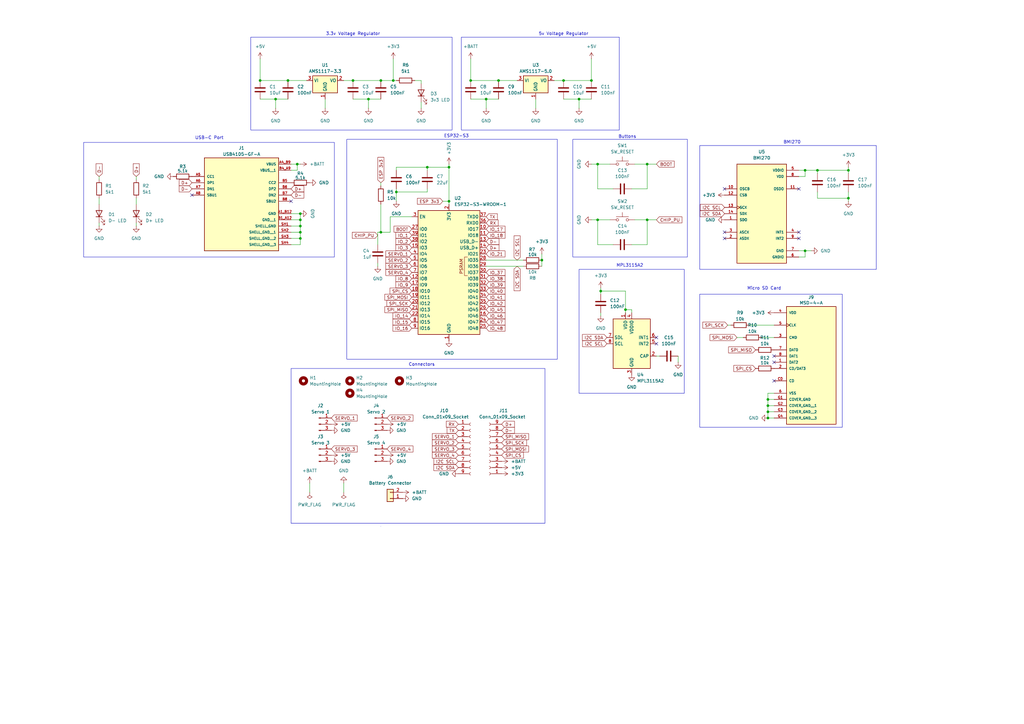
<source format=kicad_sch>
(kicad_sch (version 20250114) (generator "eeschema") (generator_version "9.0")
  (paper "A3")
  (rectangle (start 287.02 59.69) (end 359.41 110.49))
  (rectangle (start 142.24 57.15) (end 228.6 147.32))
  (rectangle (start 237.49 110.49) (end 280.67 161.29))
  (rectangle (start 156.21 215.9) (end 156.21 215.9))
  (rectangle (start 287.02 120.65) (end 345.44 175.26))
  (rectangle (start 102.87 15.24) (end 185.42 53.34))
  (rectangle (start 189.23 15.24) (end 254 53.34))
  (rectangle (start 34.29 58.42) (end 137.16 105.41))
  (rectangle (start 234.95 57.15) (end 281.94 105.41))
  (rectangle (start 119.38 151.13) (end 223.52 214.63))
  (text "Micro SD Card\n" (at 313.436 118.364 0) (effects (font (size 1.27 1.27))))
  (text "Buttons\n" (at 257.302 56.134 0) (effects (font (size 1.27 1.27))))
  (text "ESP32-S3\n" (at 187.198 55.88 0) (effects (font (size 1.27 1.27))))
  (text "USB-C Port" (at 85.852 56.642 0) (effects (font (size 1.27 1.27))))
  (text "3.3v Voltage Regulator\n" (at 144.78 13.97 0) (effects (font (size 1.27 1.27))))
  (text "Connectors\n" (at 172.974 149.606 0) (effects (font (size 1.27 1.27))))
  (text "5v Voltage Regulator\n" (at 231.14 13.97 0) (effects (font (size 1.27 1.27))))
  (text "MPL3115A2\n" (at 258.318 108.966 0) (effects (font (size 1.27 1.27))))
  (text "BMI270\n" (at 324.866 58.42 0) (effects (font (size 1.27 1.27))))
  (junction (at 265.43 90.17))
  (junction (at 123.19 90.17))
  (junction (at 246.38 119.38))
  (junction (at 123.19 87.63))
  (junction (at 162.56 78.74))
  (junction (at 231.14 33.02))
  (junction (at 335.28 69.85))
  (junction (at 314.96 163.83))
  (junction (at 156.21 95.25))
  (junction (at 123.19 92.71))
  (junction (at 314.96 166.37))
  (junction (at 330.2 69.85))
  (junction (at 199.39 40.64))
  (junction (at 256.54 127))
  (junction (at 121.92 67.31))
  (junction (at 113.03 40.64))
  (junction (at 175.26 68.58))
  (junction (at 347.98 69.85))
  (junction (at 314.96 168.91))
  (junction (at 314.96 171.45))
  (junction (at 118.11 33.02))
  (junction (at 245.11 67.31))
  (junction (at 347.98 81.28))
  (junction (at 204.47 33.02))
  (junction (at 184.15 68.58))
  (junction (at 245.11 90.17))
  (junction (at 193.04 33.02))
  (junction (at 237.49 40.64))
  (junction (at 144.78 33.02))
  (junction (at 156.21 33.02))
  (junction (at 123.19 95.25))
  (junction (at 151.13 40.64))
  (junction (at 330.2 102.87))
  (junction (at 106.68 33.02))
  (junction (at 265.43 67.31))
  (junction (at 242.57 33.02))
  (junction (at 123.19 97.79))
  (junction (at 222.25 106.68))
  (junction (at 161.29 33.02))
  (junction (at 184.15 82.55))
  (no_connect (at 297.18 97.79))
  (no_connect (at 297.18 77.47))
  (no_connect (at 327.66 97.79))
  (no_connect (at 297.18 95.25))
  (no_connect (at 269.24 140.97))
  (no_connect (at 119.38 82.55))
  (no_connect (at 317.5 148.59))
  (no_connect (at 317.5 156.21))
  (no_connect (at 327.66 77.47))
  (no_connect (at 327.66 95.25))
  (no_connect (at 269.24 138.43))
  (no_connect (at 78.74 80.01))
  (no_connect (at 317.5 146.05))
  (wire (pts (xy 123.19 95.25) (xy 123.19 92.71)))
  (wire (pts (xy 119.38 92.71) (xy 123.19 92.71)))
  (wire (pts (xy 347.98 81.28) (xy 347.98 82.55)))
  (wire (pts (xy 314.96 168.91) (xy 317.5 168.91)))
  (wire (pts (xy 269.24 146.05) (xy 270.51 146.05)))
  (wire (pts (xy 327.66 105.41) (xy 330.2 105.41)))
  (wire (pts (xy 156.21 74.93) (xy 156.21 76.2)))
  (wire (pts (xy 347.98 68.58) (xy 347.98 69.85)))
  (wire (pts (xy 260.35 67.31) (xy 265.43 67.31)))
  (wire (pts (xy 259.08 128.27) (xy 259.08 127)))
  (wire (pts (xy 123.19 67.31) (xy 121.92 67.31)))
  (wire (pts (xy 199.39 109.22) (xy 214.63 109.22)))
  (wire (pts (xy 119.38 100.33) (xy 123.19 100.33)))
  (wire (pts (xy 302.26 138.43) (xy 304.8 138.43)))
  (wire (pts (xy 314.96 163.83) (xy 314.96 166.37)))
  (wire (pts (xy 259.08 127) (xy 256.54 127)))
  (wire (pts (xy 162.56 78.74) (xy 162.56 82.55)))
  (wire (pts (xy 140.97 198.12) (xy 140.97 201.93)))
  (wire (pts (xy 156.21 33.02) (xy 161.29 33.02)))
  (wire (pts (xy 335.28 69.85) (xy 330.2 69.85)))
  (wire (pts (xy 298.45 133.35) (xy 299.72 133.35)))
  (wire (pts (xy 204.47 33.02) (xy 212.09 33.02)))
  (wire (pts (xy 242.57 24.13) (xy 242.57 33.02)))
  (wire (pts (xy 265.43 90.17) (xy 265.43 100.33)))
  (wire (pts (xy 260.35 90.17) (xy 265.43 90.17)))
  (wire (pts (xy 123.19 97.79) (xy 123.19 95.25)))
  (wire (pts (xy 219.71 40.64) (xy 219.71 44.45)))
  (wire (pts (xy 119.38 90.17) (xy 123.19 90.17)))
  (wire (pts (xy 55.88 91.44) (xy 55.88 92.71)))
  (wire (pts (xy 106.68 33.02) (xy 118.11 33.02)))
  (wire (pts (xy 204.47 40.64) (xy 199.39 40.64)))
  (wire (pts (xy 246.38 119.38) (xy 246.38 120.65)))
  (wire (pts (xy 123.19 92.71) (xy 123.19 90.17)))
  (wire (pts (xy 151.13 40.64) (xy 151.13 44.45)))
  (wire (pts (xy 245.11 67.31) (xy 250.19 67.31)))
  (wire (pts (xy 347.98 69.85) (xy 347.98 71.12)))
  (wire (pts (xy 330.2 102.87) (xy 330.2 105.41)))
  (wire (pts (xy 154.94 95.25) (xy 156.21 95.25)))
  (wire (pts (xy 335.28 78.74) (xy 335.28 81.28)))
  (wire (pts (xy 123.19 90.17) (xy 123.19 87.63)))
  (wire (pts (xy 160.02 95.25) (xy 156.21 95.25)))
  (wire (pts (xy 118.11 33.02) (xy 125.73 33.02)))
  (wire (pts (xy 121.92 69.85) (xy 119.38 69.85)))
  (wire (pts (xy 127 198.12) (xy 127 201.93)))
  (wire (pts (xy 259.08 77.47) (xy 265.43 77.47)))
  (wire (pts (xy 335.28 81.28) (xy 347.98 81.28)))
  (wire (pts (xy 133.35 40.64) (xy 133.35 44.45)))
  (wire (pts (xy 246.38 118.11) (xy 246.38 119.38)))
  (wire (pts (xy 162.56 68.58) (xy 162.56 69.85)))
  (wire (pts (xy 184.15 67.31) (xy 184.15 68.58)))
  (wire (pts (xy 222.25 106.68) (xy 222.25 109.22)))
  (wire (pts (xy 118.11 40.64) (xy 113.03 40.64)))
  (wire (pts (xy 314.96 166.37) (xy 314.96 168.91)))
  (wire (pts (xy 156.21 40.64) (xy 151.13 40.64)))
  (wire (pts (xy 245.11 90.17) (xy 250.19 90.17)))
  (wire (pts (xy 193.04 40.64) (xy 199.39 40.64)))
  (wire (pts (xy 314.96 166.37) (xy 317.5 166.37)))
  (wire (pts (xy 113.03 40.64) (xy 113.03 44.45)))
  (wire (pts (xy 121.92 67.31) (xy 121.92 69.85)))
  (wire (pts (xy 170.18 33.02) (xy 172.72 33.02)))
  (wire (pts (xy 161.29 33.02) (xy 162.56 33.02)))
  (wire (pts (xy 256.54 119.38) (xy 256.54 127)))
  (wire (pts (xy 106.68 24.13) (xy 106.68 33.02)))
  (wire (pts (xy 251.46 77.47) (xy 245.11 77.47)))
  (wire (pts (xy 314.96 168.91) (xy 314.96 171.45)))
  (wire (pts (xy 162.56 77.47) (xy 162.56 78.74)))
  (wire (pts (xy 184.15 82.55) (xy 184.15 83.82)))
  (wire (pts (xy 144.78 40.64) (xy 151.13 40.64)))
  (wire (pts (xy 175.26 68.58) (xy 184.15 68.58)))
  (wire (pts (xy 162.56 78.74) (xy 175.26 78.74)))
  (wire (pts (xy 314.96 161.29) (xy 314.96 163.83)))
  (wire (pts (xy 55.88 72.39) (xy 55.88 73.66)))
  (wire (pts (xy 40.64 91.44) (xy 40.64 92.71)))
  (wire (pts (xy 314.96 171.45) (xy 317.5 171.45)))
  (wire (pts (xy 175.26 68.58) (xy 175.26 69.85)))
  (wire (pts (xy 184.15 68.58) (xy 184.15 82.55)))
  (wire (pts (xy 119.38 97.79) (xy 123.19 97.79)))
  (wire (pts (xy 330.2 69.85) (xy 330.2 72.39)))
  (wire (pts (xy 330.2 102.87) (xy 327.66 102.87)))
  (wire (pts (xy 156.21 83.82) (xy 156.21 95.25)))
  (wire (pts (xy 246.38 129.54) (xy 246.38 128.27)))
  (wire (pts (xy 312.42 138.43) (xy 317.5 138.43)))
  (wire (pts (xy 106.68 40.64) (xy 113.03 40.64)))
  (wire (pts (xy 40.64 72.39) (xy 40.64 73.66)))
  (wire (pts (xy 256.54 127) (xy 256.54 128.27)))
  (wire (pts (xy 347.98 78.74) (xy 347.98 81.28)))
  (wire (pts (xy 335.28 69.85) (xy 335.28 71.12)))
  (wire (pts (xy 307.34 133.35) (xy 317.5 133.35)))
  (wire (pts (xy 231.14 40.64) (xy 237.49 40.64)))
  (wire (pts (xy 330.2 69.85) (xy 327.66 69.85)))
  (wire (pts (xy 123.19 100.33) (xy 123.19 97.79)))
  (wire (pts (xy 172.72 33.02) (xy 172.72 34.29)))
  (wire (pts (xy 160.02 88.9) (xy 160.02 95.25)))
  (wire (pts (xy 181.61 82.55) (xy 184.15 82.55)))
  (wire (pts (xy 251.46 100.33) (xy 245.11 100.33)))
  (wire (pts (xy 259.08 100.33) (xy 265.43 100.33)))
  (wire (pts (xy 330.2 72.39) (xy 327.66 72.39)))
  (wire (pts (xy 242.57 67.31) (xy 245.11 67.31)))
  (wire (pts (xy 332.74 102.87) (xy 330.2 102.87)))
  (wire (pts (xy 193.04 24.13) (xy 193.04 33.02)))
  (wire (pts (xy 119.38 87.63) (xy 123.19 87.63)))
  (wire (pts (xy 119.38 67.31) (xy 121.92 67.31)))
  (wire (pts (xy 227.33 33.02) (xy 231.14 33.02)))
  (wire (pts (xy 242.57 40.64) (xy 237.49 40.64)))
  (wire (pts (xy 314.96 163.83) (xy 317.5 163.83)))
  (wire (pts (xy 144.78 33.02) (xy 156.21 33.02)))
  (wire (pts (xy 246.38 119.38) (xy 256.54 119.38)))
  (wire (pts (xy 154.94 95.25) (xy 154.94 100.33)))
  (wire (pts (xy 265.43 67.31) (xy 265.43 77.47)))
  (wire (pts (xy 222.25 104.14) (xy 222.25 106.68)))
  (wire (pts (xy 265.43 67.31) (xy 269.24 67.31)))
  (wire (pts (xy 193.04 33.02) (xy 204.47 33.02)))
  (wire (pts (xy 265.43 90.17) (xy 269.24 90.17)))
  (wire (pts (xy 175.26 78.74) (xy 175.26 77.47)))
  (wire (pts (xy 242.57 90.17) (xy 245.11 90.17)))
  (wire (pts (xy 154.94 109.22) (xy 154.94 107.95)))
  (wire (pts (xy 172.72 41.91) (xy 172.72 44.45)))
  (wire (pts (xy 317.5 161.29) (xy 314.96 161.29)))
  (wire (pts (xy 245.11 100.33) (xy 245.11 90.17)))
  (wire (pts (xy 162.56 68.58) (xy 175.26 68.58)))
  (wire (pts (xy 245.11 77.47) (xy 245.11 67.31)))
  (wire (pts (xy 168.91 88.9) (xy 160.02 88.9)))
  (wire (pts (xy 237.49 40.64) (xy 237.49 44.45)))
  (wire (pts (xy 40.64 83.82) (xy 40.64 81.28)))
  (wire (pts (xy 231.14 33.02) (xy 242.57 33.02)))
  (wire (pts (xy 119.38 95.25) (xy 123.19 95.25)))
  (wire (pts (xy 140.97 33.02) (xy 144.78 33.02)))
  (wire (pts (xy 199.39 40.64) (xy 199.39 44.45)))
  (wire (pts (xy 278.13 146.05) (xy 278.13 148.59)))
  (wire (pts (xy 161.29 24.13) (xy 161.29 33.02)))
  (wire (pts (xy 347.98 69.85) (xy 335.28 69.85)))
  (wire (pts (xy 199.39 106.68) (xy 214.63 106.68)))
  (wire (pts (xy 55.88 83.82) (xy 55.88 81.28)))
  (global_label "IO_45" (shape input) (at 199.39 127 0) (property "Intersheetrefs" "${INTERSHEET_REFS}" (effects (hide yes))))
  (global_label "RX" (shape input) (at 199.39 91.44 0) (property "Intersheetrefs" "${INTERSHEET_REFS}" (effects (hide yes))))
  (global_label "SPI_SCK" (shape input) (at 205.74 181.61 0) (property "Intersheetrefs" "${INTERSHEET_REFS}" (effects (hide yes))))
  (global_label "I2C SCL" (shape input) (at 248.92 140.97 180) (property "Intersheetrefs" "${INTERSHEET_REFS}" (effects (hide yes))))
  (global_label "SERVO_4" (shape input) (at 187.96 186.69 180) (property "Intersheetrefs" "${INTERSHEET_REFS}" (effects (hide yes))))
  (global_label "SPI_SCK" (shape input) (at 298.45 133.35 180) (property "Intersheetrefs" "${INTERSHEET_REFS}" (effects (hide yes))))
  (global_label "SERVO_3" (shape input) (at 187.96 184.15 180) (property "Intersheetrefs" "${INTERSHEET_REFS}" (effects (hide yes))))
  (global_label "SPI_MOSI" (shape input) (at 205.74 184.15 0) (property "Intersheetrefs" "${INTERSHEET_REFS}" (effects (hide yes))))
  (global_label "SERVO_1" (shape input) (at 135.89 171.45 0) (property "Intersheetrefs" "${INTERSHEET_REFS}" (effects (hide yes))))
  (global_label "SPI_MOSI" (shape input) (at 302.26 138.43 180) (property "Intersheetrefs" "${INTERSHEET_REFS}" (effects (hide yes))))
  (global_label "IO_17" (shape input) (at 199.39 93.98 0) (property "Intersheetrefs" "${INTERSHEET_REFS}" (effects (hide yes))))
  (global_label "ESP 3v3" (shape input) (at 156.21 74.93 90) (property "Intersheetrefs" "${INTERSHEET_REFS}" (effects (hide yes))))
  (global_label "I2C SCL" (shape input) (at 212.09 106.68 90) (property "Intersheetrefs" "${INTERSHEET_REFS}" (effects (hide yes))))
  (global_label "IO_2" (shape input) (at 168.91 99.06 180) (property "Intersheetrefs" "${INTERSHEET_REFS}" (effects (hide yes))))
  (global_label "SERVO_4" (shape input) (at 168.91 111.76 180) (property "Intersheetrefs" "${INTERSHEET_REFS}" (effects (hide yes))))
  (global_label "BOOT" (shape input) (at 269.24 67.31 0) (property "Intersheetrefs" "${INTERSHEET_REFS}" (effects (hide yes))))
  (global_label "IO_14" (shape input) (at 168.91 129.54 180) (property "Intersheetrefs" "${INTERSHEET_REFS}" (effects (hide yes))))
  (global_label "SERVO_1" (shape input) (at 187.96 179.07 180) (property "Intersheetrefs" "${INTERSHEET_REFS}" (effects (hide yes))))
  (global_label "CHIP_PU" (shape input) (at 154.94 96.52 180) (property "Intersheetrefs" "${INTERSHEET_REFS}" (effects (hide yes))))
  (global_label "D+" (shape input) (at 119.38 77.47 0) (property "Intersheetrefs" "${INTERSHEET_REFS}" (effects (hide yes))))
  (global_label "CHIP_PU" (shape input) (at 269.24 90.17 0) (property "Intersheetrefs" "${INTERSHEET_REFS}" (effects (hide yes))))
  (global_label "ESP 3v3" (shape input) (at 181.61 82.55 180) (property "Intersheetrefs" "${INTERSHEET_REFS}" (effects (hide yes))))
  (global_label "I2C SDA" (shape input) (at 187.96 191.77 180) (property "Intersheetrefs" "${INTERSHEET_REFS}" (effects (hide yes))))
  (global_label "IO_40" (shape input) (at 199.39 119.38 0) (property "Intersheetrefs" "${INTERSHEET_REFS}" (effects (hide yes))))
  (global_label "D-" (shape input) (at 119.38 80.01 0) (property "Intersheetrefs" "${INTERSHEET_REFS}" (effects (hide yes))))
  (global_label "D-" (shape input) (at 199.39 99.06 0) (property "Intersheetrefs" "${INTERSHEET_REFS}" (effects (hide yes))))
  (global_label "IO_15" (shape input) (at 168.91 132.08 180) (property "Intersheetrefs" "${INTERSHEET_REFS}" (effects (hide yes))))
  (global_label "IO_47" (shape input) (at 199.39 132.08 0) (property "Intersheetrefs" "${INTERSHEET_REFS}" (effects (hide yes))))
  (global_label "IO_18" (shape input) (at 199.39 96.52 0) (property "Intersheetrefs" "${INTERSHEET_REFS}" (effects (hide yes))))
  (global_label "IO_42" (shape input) (at 199.39 124.46 0) (property "Intersheetrefs" "${INTERSHEET_REFS}" (effects (hide yes))))
  (global_label "D+" (shape input) (at 55.88 72.39 90) (property "Intersheetrefs" "${INTERSHEET_REFS}" (effects (hide yes))))
  (global_label "TX" (shape input) (at 187.96 176.53 180) (property "Intersheetrefs" "${INTERSHEET_REFS}" (effects (hide yes))))
  (global_label "D+" (shape input) (at 78.74 74.93 180) (property "Intersheetrefs" "${INTERSHEET_REFS}" (effects (hide yes))))
  (global_label "SPI_CS" (shape input) (at 168.91 119.38 180) (property "Intersheetrefs" "${INTERSHEET_REFS}" (effects (hide yes))))
  (global_label "SERVO_3" (shape input) (at 168.91 109.22 180) (property "Intersheetrefs" "${INTERSHEET_REFS}" (effects (hide yes))))
  (global_label "IO_8" (shape input) (at 168.91 114.3 180) (property "Intersheetrefs" "${INTERSHEET_REFS}" (effects (hide yes))))
  (global_label "IO_1" (shape input) (at 168.91 96.52 180) (property "Intersheetrefs" "${INTERSHEET_REFS}" (effects (hide yes))))
  (global_label "D-" (shape input) (at 205.74 176.53 0) (property "Intersheetrefs" "${INTERSHEET_REFS}" (effects (hide yes))))
  (global_label "I2C SCL" (shape input) (at 187.96 189.23 180) (property "Intersheetrefs" "${INTERSHEET_REFS}" (effects (hide yes))))
  (global_label "SERVO_3" (shape input) (at 135.89 184.15 0) (property "Intersheetrefs" "${INTERSHEET_REFS}" (effects (hide yes))))
  (global_label "RX" (shape input) (at 187.96 173.99 180) (property "Intersheetrefs" "${INTERSHEET_REFS}" (effects (hide yes))))
  (global_label "SPI_MISO" (shape input) (at 205.74 179.07 0) (property "Intersheetrefs" "${INTERSHEET_REFS}" (effects (hide yes))))
  (global_label "SPI_MISO" (shape input) (at 309.88 143.51 180) (property "Intersheetrefs" "${INTERSHEET_REFS}" (effects (hide yes))))
  (global_label "D-" (shape input) (at 78.74 77.47 180) (property "Intersheetrefs" "${INTERSHEET_REFS}" (effects (hide yes))))
  (global_label "SPI_CS" (shape input) (at 309.88 151.13 180) (property "Intersheetrefs" "${INTERSHEET_REFS}" (effects (hide yes))))
  (global_label "BOOT" (shape input) (at 168.91 93.98 180) (property "Intersheetrefs" "${INTERSHEET_REFS}" (effects (hide yes))))
  (global_label "SERVO_2" (shape input) (at 187.96 181.61 180) (property "Intersheetrefs" "${INTERSHEET_REFS}" (effects (hide yes))))
  (global_label "I2C SCL" (shape input) (at 297.18 85.09 180) (property "Intersheetrefs" "${INTERSHEET_REFS}" (effects (hide yes))))
  (global_label "SPI_MISO" (shape input) (at 168.91 127 180) (property "Intersheetrefs" "${INTERSHEET_REFS}" (effects (hide yes))))
  (global_label "SPI_SCK" (shape input) (at 168.91 124.46 180) (property "Intersheetrefs" "${INTERSHEET_REFS}" (effects (hide yes))))
  (global_label "SERVO_2" (shape input) (at 168.91 106.68 180) (property "Intersheetrefs" "${INTERSHEET_REFS}" (effects (hide yes))))
  (global_label "I2C SDA" (shape input) (at 212.09 109.22 270) (property "Intersheetrefs" "${INTERSHEET_REFS}" (effects (hide yes))))
  (global_label "IO_48" (shape input) (at 199.39 134.62 0) (property "Intersheetrefs" "${INTERSHEET_REFS}" (effects (hide yes))))
  (global_label "IO_21" (shape input) (at 199.39 104.14 0) (property "Intersheetrefs" "${INTERSHEET_REFS}" (effects (hide yes))))
  (global_label "IO_3" (shape input) (at 168.91 101.6 180) (property "Intersheetrefs" "${INTERSHEET_REFS}" (effects (hide yes))))
  (global_label "SERVO_1" (shape input) (at 168.91 104.14 180) (property "Intersheetrefs" "${INTERSHEET_REFS}" (effects (hide yes))))
  (global_label "TX" (shape input) (at 199.39 88.9 0) (property "Intersheetrefs" "${INTERSHEET_REFS}" (effects (hide yes))))
  (global_label "D+" (shape input) (at 205.74 173.99 0) (property "Intersheetrefs" "${INTERSHEET_REFS}" (effects (hide yes))))
  (global_label "SPI_CS" (shape input) (at 205.74 186.69 0) (property "Intersheetrefs" "${INTERSHEET_REFS}" (effects (hide yes))))
  (global_label "IO_41" (shape input) (at 199.39 121.92 0) (property "Intersheetrefs" "${INTERSHEET_REFS}" (effects (hide yes))))
  (global_label "IO_9" (shape input) (at 168.91 116.84 180) (property "Intersheetrefs" "${INTERSHEET_REFS}" (effects (hide yes))))
  (global_label "IO_37" (shape input) (at 199.39 111.76 0) (property "Intersheetrefs" "${INTERSHEET_REFS}" (effects (hide yes))))
  (global_label "D-" (shape input) (at 40.64 72.39 90) (property "Intersheetrefs" "${INTERSHEET_REFS}" (effects (hide yes))))
  (global_label "I2C SDA" (shape input) (at 248.92 138.43 180) (property "Intersheetrefs" "${INTERSHEET_REFS}" (effects (hide yes))))
  (global_label "SERVO_4" (shape input) (at 158.75 184.15 0) (property "Intersheetrefs" "${INTERSHEET_REFS}" (effects (hide yes))))
  (global_label "IO_16" (shape input) (at 168.91 134.62 180) (property "Intersheetrefs" "${INTERSHEET_REFS}" (effects (hide yes))))
  (global_label "IO_38" (shape input) (at 199.39 114.3 0) (property "Intersheetrefs" "${INTERSHEET_REFS}" (effects (hide yes))))
  (global_label "SPI_MOSI" (shape input) (at 168.91 121.92 180) (property "Intersheetrefs" "${INTERSHEET_REFS}" (effects (hide yes))))
  (global_label "D+" (shape input) (at 199.39 101.6 0) (property "Intersheetrefs" "${INTERSHEET_REFS}" (effects (hide yes))))
  (global_label "SERVO_2" (shape input) (at 158.75 171.45 0) (property "Intersheetrefs" "${INTERSHEET_REFS}" (effects (hide yes))))
  (global_label "IO_39" (shape input) (at 199.39 116.84 0) (property "Intersheetrefs" "${INTERSHEET_REFS}" (effects (hide yes))))
  (global_label "I2C SDA" (shape input) (at 297.18 87.63 180) (property "Intersheetrefs" "${INTERSHEET_REFS}" (effects (hide yes))))
  (global_label "IO_46" (shape input) (at 199.39 129.54 0) (property "Intersheetrefs" "${INTERSHEET_REFS}" (effects (hide yes))))
  (symbol (lib_id "Device:C") (at 162.56 73.66 0) (unit 1)
    (property "Reference" "C6" (at 166.37 72.3899 0) (effects (justify left)))
    (property "Value" "100nF" (at 166.37 74.9299 0) (effects (justify left)))
    (property "Footprint" "Capacitor_SMD:C_0603_1608Metric" (effects (hide yes)))
    (property "Description" "Unpolarized capacitor" (effects (hide yes)))
  )
  (symbol (lib_id "power:+5V") (at 135.89 186.69 270) (unit 1)
    (property "Reference" "#PWR012" (effects (hide yes)))
    (property "Value" "+5V" (at 139.7 186.6899 90) (effects (justify left)))
    (property "Description" "Power symbol creates a global label with name \"+5V\"" (effects (hide yes)))
  )
  (symbol (lib_id "power:GND") (at 135.89 176.53 90) (unit 1)
    (property "Reference" "#PWR011" (effects (hide yes)))
    (property "Value" "GND" (at 139.7 176.5299 90) (effects (justify right)))
    (property "Description" "Power symbol creates a global label with name \"GND\" , ground" (effects (hide yes)))
  )
  (symbol (lib_id "Device:R") (at 40.64 77.47 180) (unit 1)
    (property "Reference" "R1" (at 43.18 76.1999 0) (effects (justify right)))
    (property "Value" "5k1" (at 43.18 78.7399 0) (effects (justify right)))
    (property "Footprint" "Resistor_SMD:R_0603_1608Metric" (effects (hide yes)))
    (property "Description" "Resistor" (effects (hide yes)))
  )
  (symbol (lib_id "power:+5V") (at 158.75 173.99 270) (unit 1)
    (property "Reference" "#PWR016" (effects (hide yes)))
    (property "Value" "+5V" (at 162.56 173.9899 90) (effects (justify left)))
    (property "Description" "Power symbol creates a global label with name \"+5V\"" (effects (hide yes)))
  )
  (symbol (lib_id "power:GND") (at 154.94 109.22 0) (unit 1)
    (property "Reference" "#PWR015" (effects (hide yes)))
    (property "Value" "GND" (at 154.94 114.3 0))
    (property "Description" "Power symbol creates a global label with name \"GND\" , ground" (effects (hide yes)))
  )
  (symbol (lib_id "power:+5V") (at 106.68 24.13 0) (unit 1)
    (property "Reference" "#PWR04" (effects (hide yes)))
    (property "Value" "+5V" (at 106.68 19.05 0))
    (property "Description" "Power symbol creates a global label with name \"+5V\"" (effects (hide yes)))
  )
  (symbol (lib_id "power:+3V3") (at 246.38 118.11 0) (unit 1)
    (property "Reference" "#PWR042" (effects (hide yes)))
    (property "Value" "+3V3" (at 246.38 113.03 0))
    (property "Description" "Power symbol creates a global label with name \"+3V3\"" (effects (hide yes)))
  )
  (symbol (lib_id "power:+5V") (at 242.57 24.13 0) (unit 1)
    (property "Reference" "#PWR039" (effects (hide yes)))
    (property "Value" "+5V" (at 242.57 19.05 0))
    (property "Description" "Power symbol creates a global label with name \"+5V\"" (effects (hide yes)))
  )
  (symbol (lib_id "Device:R") (at 166.37 33.02 90) (unit 1)
    (property "Reference" "R6" (at 166.37 26.67 90))
    (property "Value" "5k1" (at 166.37 29.21 90))
    (property "Footprint" "Resistor_SMD:R_0603_1608Metric" (effects (hide yes)))
    (property "Description" "Resistor" (effects (hide yes)))
  )
  (symbol (lib_id "Regulator_Linear:AMS1117-3.3") (at 133.35 33.02 0) (unit 1)
    (property "Reference" "U1" (at 133.35 26.67 0))
    (property "Value" "AMS1117-3.3" (at 133.35 29.21 0))
    (property "Footprint" "Package_TO_SOT_SMD:SOT-223-3_TabPin2" (effects (hide yes)))
    (property "Datasheet" "http://www.advanced-monolithic.com/pdf/ds1117.pdf" (effects (hide yes)))
    (property "Description" "1A Low Dropout regulator, positive, 3.3V fixed output, SOT-223" (effects (hide yes)))
  )
  (symbol (lib_id "Device:C") (at 204.47 36.83 0) (unit 1)
    (property "Reference" "C9" (at 208.28 35.5599 0) (effects (justify left)))
    (property "Value" "100nF" (at 208.28 38.0999 0) (effects (justify left)))
    (property "Footprint" "Capacitor_SMD:C_0603_1608Metric" (effects (hide yes)))
    (property "Description" "Unpolarized capacitor" (effects (hide yes)))
  )
  (symbol (lib_id "Device:R") (at 313.69 151.13 270) (unit 1)
    (property "Reference" "R12" (at 313.69 146.812 90))
    (property "Value" "10k" (at 313.69 148.844 90))
    (property "Footprint" "Resistor_SMD:R_0603_1608Metric" (effects (hide yes)))
    (property "Description" "Resistor" (effects (hide yes)))
  )
  (symbol (lib_id "Mechanical:MountingHole") (at 143.51 156.21 0) (unit 1) (in_bom no)
    (property "Reference" "H2" (at 146.05 154.9399 0) (effects (justify left)))
    (property "Value" "MountingHole" (at 146.05 157.4799 0) (effects (justify left)))
    (property "Footprint" "MountingHole:MountingHole_3.2mm_M3" (effects (hide yes)))
    (property "Description" "Mounting Hole without connection" (effects (hide yes)))
  )
  (symbol (lib_id "Regulator_Linear:AMS1117-5.0") (at 219.71 33.02 0) (unit 1)
    (property "Reference" "U3" (at 219.71 26.67 0))
    (property "Value" "AMS1117-5.0" (at 219.71 29.21 0))
    (property "Footprint" "Package_TO_SOT_SMD:SOT-223-3_TabPin2" (effects (hide yes)))
    (property "Datasheet" "http://www.advanced-monolithic.com/pdf/ds1117.pdf" (effects (hide yes)))
    (property "Description" "1A Low Dropout regulator, positive, 5.0V fixed output, SOT-223" (effects (hide yes)))
  )
  (symbol (lib_id "power:GND") (at 113.03 44.45 0) (unit 1)
    (property "Reference" "#PWR05" (effects (hide yes)))
    (property "Value" "GND" (at 113.03 49.53 0))
    (property "Description" "Power symbol creates a global label with name \"GND\" , ground" (effects (hide yes)))
  )
  (symbol (lib_id "power:GND") (at 172.72 44.45 0) (unit 1)
    (property "Reference" "#PWR024" (effects (hide yes)))
    (property "Value" "GND" (at 172.72 49.53 0))
    (property "Description" "Power symbol creates a global label with name \"GND\" , ground" (effects (hide yes)))
  )
  (symbol (lib_id "power:GND") (at 297.18 90.17 270) (unit 1)
    (property "Reference" "#PWR047" (effects (hide yes)))
    (property "Value" "GND" (at 293.37 90.1699 90) (effects (justify right)))
    (property "Description" "Power symbol creates a global label with name \"GND\" , ground" (effects (hide yes)))
  )
  (symbol (lib_id "Connector:Conn_01x03_Pin") (at 153.67 173.99 0) (unit 1)
    (property "Reference" "J4" (at 154.305 166.37 0))
    (property "Value" "Servo 2" (at 154.305 168.91 0))
    (property "Footprint" "Connector_JST:JST_PH_B3B-PH-K_1x03_P2.00mm_Vertical" (effects (hide yes)))
    (property "Description" "Generic connector, single row, 01x03, script generated" (effects (hide yes)))
  )
  (symbol (lib_id "power:GND") (at 246.38 129.54 0) (unit 1)
    (property "Reference" "#PWR043" (effects (hide yes)))
    (property "Value" "GND" (at 246.38 134.62 0))
    (property "Description" "Power symbol creates a global label with name \"GND\" , ground" (effects (hide yes)))
  )
  (symbol (lib_id "Device:C") (at 255.27 100.33 270) (unit 1)
    (property "Reference" "C14" (at 255.27 92.71 90))
    (property "Value" "100nF" (at 255.27 95.25 90))
    (property "Footprint" "Capacitor_SMD:C_0603_1608Metric" (effects (hide yes)))
    (property "Description" "Unpolarized capacitor" (effects (hide yes)))
  )
  (symbol (lib_name "LED_1") (lib_id "Device:LED") (at 55.88 87.63 90) (unit 1)
    (property "Reference" "D2" (at 59.69 87.9474 90) (effects (justify right)))
    (property "Value" "D+ LED" (at 59.69 90.4874 90) (effects (justify right)))
    (property "Footprint" "LED_SMD:LED_0603_1608Metric" (effects (hide yes)))
    (property "Description" "Light emitting diode" (effects (hide yes)))
    (property "Sim.Pins" "1=K 2=A" (effects (hide yes)))
  )
  (symbol (lib_id "power:GND") (at 278.13 148.59 0) (unit 1)
    (property "Reference" "#PWR045" (effects (hide yes)))
    (property "Value" "GND" (at 278.13 153.67 0))
    (property "Description" "Power symbol creates a global label with name \"GND\" , ground" (effects (hide yes)))
  )
  (symbol (lib_id "power:+5V") (at 158.75 186.69 270) (unit 1)
    (property "Reference" "#PWR018" (effects (hide yes)))
    (property "Value" "+5V" (at 162.56 186.6899 90) (effects (justify left)))
    (property "Description" "Power symbol creates a global label with name \"+5V\"" (effects (hide yes)))
  )
  (symbol (lib_id "Device:R") (at 218.44 109.22 270) (unit 1)
    (property "Reference" "R8" (at 218.44 114.046 90))
    (property "Value" "10k" (at 218.44 111.506 90))
    (property "Footprint" "Resistor_SMD:R_0603_1608Metric" (effects (hide yes)))
    (property "Description" "Resistor" (effects (hide yes)))
  )
  (symbol (lib_id "power:PWR_FLAG") (at 127 201.93 180) (unit 1)
    (property "Reference" "#FLG02" (effects (hide yes)))
    (property "Value" "PWR_FLAG" (at 127 207.01 0))
    (property "Description" "Special symbol for telling ERC where power comes from" (effects (hide yes)))
  )
  (symbol (lib_id "Device:C") (at 255.27 77.47 270) (unit 1)
    (property "Reference" "C13" (at 255.27 69.85 90))
    (property "Value" "100nF" (at 255.27 72.39 90))
    (property "Footprint" "Capacitor_SMD:C_0603_1608Metric" (effects (hide yes)))
    (property "Description" "Unpolarized capacitor" (effects (hide yes)))
  )
  (symbol (lib_id "power:+3V3") (at 184.15 67.31 0) (unit 1)
    (property "Reference" "#PWR025" (effects (hide yes)))
    (property "Value" "+3V3" (at 184.1501 63.5 90) (effects (justify left)))
    (property "Description" "Power symbol creates a global label with name \"+3V3\"" (effects (hide yes)))
  )
  (symbol (lib_name "LED_1") (lib_id "Device:LED") (at 172.72 38.1 90) (unit 1)
    (property "Reference" "D3" (at 176.53 38.4174 90) (effects (justify right)))
    (property "Value" "3v3 LED" (at 176.53 40.9574 90) (effects (justify right)))
    (property "Footprint" "LED_SMD:LED_0603_1608Metric" (effects (hide yes)))
    (property "Description" "Light emitting diode" (effects (hide yes)))
    (property "Sim.Pins" "1=K 2=A" (effects (hide yes)))
  )
  (symbol (lib_id "Mechanical:MountingHole") (at 143.51 161.29 0) (unit 1) (in_bom no)
    (property "Reference" "H4" (at 146.05 160.0199 0) (effects (justify left)))
    (property "Value" "MountingHole" (at 146.05 162.5599 0) (effects (justify left)))
    (property "Footprint" "MountingHole:MountingHole_3.2mm_M3" (effects (hide yes)))
    (property "Description" "Mounting Hole without connection" (effects (hide yes)))
  )
  (symbol (lib_id "Device:C") (at 118.11 36.83 0) (unit 1)
    (property "Reference" "C2" (at 121.92 35.5599 0) (effects (justify left)))
    (property "Value" "100nF" (at 121.92 38.0999 0) (effects (justify left)))
    (property "Footprint" "Capacitor_SMD:C_0603_1608Metric" (effects (hide yes)))
    (property "Description" "Unpolarized capacitor" (effects (hide yes)))
  )
  (symbol (lib_id "Device:C") (at 274.32 146.05 90) (unit 1)
    (property "Reference" "C15" (at 274.32 138.43 90))
    (property "Value" "100nF" (at 274.32 140.97 90))
    (property "Footprint" "Capacitor_SMD:C_0603_1608Metric" (effects (hide yes)))
    (property "Description" "Unpolarized capacitor" (effects (hide yes)))
  )
  (symbol (lib_id "power:+5V") (at 135.89 173.99 270) (unit 1)
    (property "Reference" "#PWR010" (effects (hide yes)))
    (property "Value" "+5V" (at 139.7 173.9899 90) (effects (justify left)))
    (property "Description" "Power symbol creates a global label with name \"+5V\"" (effects (hide yes)))
  )
  (symbol (lib_id "power:GND") (at 332.74 102.87 90) (unit 1)
    (property "Reference" "#PWR050" (effects (hide yes)))
    (property "Value" "GND" (at 336.55 102.8699 90) (effects (justify right)))
    (property "Description" "Power symbol creates a global label with name \"GND\" , ground" (effects (hide yes)))
  )
  (symbol (lib_id "USB4105-GF-A:USB4105-GF-A") (at 99.06 77.47 0) (unit 1)
    (property "Reference" "J1" (at 99.06 60.706 0))
    (property "Value" "USB4105-GF-A" (at 99.06 63.246 0))
    (property "Footprint" ".Custom Footprints:GCT_USB4105-GF-A" (effects (hide yes)))
    (property "PARTREV" "B4" (effects (hide yes)))
    (property "STANDARD" "Manufacturer Recommendations" (effects (hide yes)))
    (property "MAXIMUM_PACKAGE_HEIGHT" "3.31 mm" (effects (hide yes)))
    (property "MANUFACTURER" "GCT" (effects (hide yes)))
  )
  (symbol (lib_id "power:GND") (at 162.56 82.55 0) (unit 1)
    (property "Reference" "#PWR021" (effects (hide yes)))
    (property "Value" "GND" (at 162.56 87.63 0))
    (property "Description" "Power symbol creates a global label with name \"GND\" , ground" (effects (hide yes)))
  )
  (symbol (lib_id "power:+3V3") (at 317.5 128.27 90) (unit 1)
    (property "Reference" "#PWR049" (effects (hide yes)))
    (property "Value" "+3V3" (at 313.69 128.2699 90) (effects (justify left)))
    (property "Description" "Power symbol creates a global label with name \"+3V3\"" (effects (hide yes)))
  )
  (symbol (lib_id "power:GND") (at 40.64 92.71 0) (unit 1)
    (property "Reference" "#PWR01" (effects (hide yes)))
    (property "Value" "GND" (at 40.64 97.79 0))
    (property "Description" "Power symbol creates a global label with name \"GND\" , ground" (effects (hide yes)))
  )
  (symbol (lib_id "BMI270:BMI270") (at 312.42 87.63 0) (unit 1)
    (property "Reference" "U5" (at 312.42 62.23 0))
    (property "Value" "BMI270" (at 312.42 64.77 0))
    (property "Footprint" ".Custom Footprints:XDCR_BMI270" (effects (hide yes)))
    (property "PATREV" "1.0" (effects (hide yes)))
    (property "STANDARD" "Manufacturer Recommendations" (effects (hide yes)))
    (property "MAXIMUM_PACKAGE_HEIGHT" "0.87mm" (effects (hide yes)))
    (property "MANUFACTURER" "Bosch Sensortec" (effects (hide yes)))
  )
  (symbol (lib_id "power:GND") (at 347.98 82.55 0) (unit 1)
    (property "Reference" "#PWR052" (effects (hide yes)))
    (property "Value" "GND" (at 347.98 87.63 0))
    (property "Description" "Power symbol creates a global label with name \"GND\" , ground" (effects (hide yes)))
  )
  (symbol (lib_id "power:+BATT") (at 127 198.12 0) (unit 1)
    (property "Reference" "#PWR022" (effects (hide yes)))
    (property "Value" "+BATT" (at 127 193.04 0))
    (property "Description" "Power symbol creates a global label with name \"+BATT\"" (effects (hide yes)))
  )
  (symbol (lib_id "Device:C") (at 154.94 104.14 0) (unit 1)
    (property "Reference" "C4" (at 148.844 102.87 0) (effects (justify left)))
    (property "Value" "1uF" (at 148.844 105.41 0) (effects (justify left)))
    (property "Footprint" "Capacitor_SMD:C_0603_1608Metric" (effects (hide yes)))
    (property "Description" "Unpolarized capacitor" (effects (hide yes)))
  )
  (symbol (lib_id "Connector_Generic:Conn_01x02") (at 160.02 204.47 180) (unit 1)
    (property "Reference" "J6" (at 160.02 195.58 0))
    (property "Value" "Battery Connector" (at 160.02 198.12 0))
    (property "Footprint" ".Custom Footprints:Battery Connector" (effects (hide yes)))
    (property "Description" "Generic connector, single row, 01x02, script generated (kicad-library-utils/schlib/autogen/connector/)" (effects (hide yes)))
  )
  (symbol (lib_id "power:+3V3") (at 222.25 104.14 0) (unit 1)
    (property "Reference" "#PWR037" (effects (hide yes)))
    (property "Value" "+3V3" (at 222.25 99.06 0))
    (property "Description" "Power symbol creates a global label with name \"+3V3\"" (effects (hide yes)))
  )
  (symbol (lib_id "RF_Module:ESP32-S3-WROOM-1") (at 184.15 111.76 0) (unit 1)
    (property "Reference" "U2" (at 186.3441 81.28 0) (effects (justify left)))
    (property "Value" "ESP32-S3-WROOM-1" (at 186.3441 83.82 0) (effects (justify left)))
    (property "Footprint" "RF_Module:ESP32-S3-WROOM-1" (effects (hide yes)))
    (property "Datasheet" "https://www.espressif.com/sites/default/files/documentation/esp32-s3-wroom-1_wroom-1u_datasheet_en.pdf" (effects (hide yes)))
    (property "Description" "RF Module, ESP32-S3 SoC, Wi-Fi 802.11b/g/n, Bluetooth, BLE, 32-bit, 3.3V, onboard antenna, SMD" (effects (hide yes)))
  )
  (symbol (lib_id "Connector:Conn_01x03_Pin") (at 130.81 173.99 0) (unit 1)
    (property "Reference" "J2" (at 131.445 166.37 0))
    (property "Value" "Servo 1" (at 131.445 168.91 0))
    (property "Footprint" "Connector_JST:JST_PH_B3B-PH-K_1x03_P2.00mm_Vertical" (effects (hide yes)))
    (property "Description" "Generic connector, single row, 01x03, script generated" (effects (hide yes)))
  )
  (symbol (lib_name "LED_1") (lib_id "Device:LED") (at 40.64 87.63 90) (unit 1)
    (property "Reference" "D1" (at 44.45 87.9474 90) (effects (justify right)))
    (property "Value" "D- LED" (at 44.45 90.4874 90) (effects (justify right)))
    (property "Footprint" "LED_SMD:LED_0603_1608Metric" (effects (hide yes)))
    (property "Description" "Light emitting diode" (effects (hide yes)))
    (property "Sim.Pins" "1=K 2=A" (effects (hide yes)))
  )
  (symbol (lib_id "Device:R") (at 74.93 72.39 90) (unit 1)
    (property "Reference" "R3" (at 74.93 68.326 90))
    (property "Value" "5.1k" (at 74.93 70.104 90))
    (property "Footprint" "Resistor_SMD:R_0603_1608Metric" (effects (hide yes)))
    (property "Description" "Resistor" (effects (hide yes)))
  )
  (symbol (lib_id "power:GND") (at 140.97 198.12 180) (unit 1)
    (property "Reference" "#PWR054" (effects (hide yes)))
    (property "Value" "GND" (at 140.97 193.04 0))
    (property "Description" "Power symbol creates a global label with name \"GND\" , ground" (effects (hide yes)))
  )
  (symbol (lib_id "power:GND") (at 187.96 194.31 270) (unit 1)
    (property "Reference" "#PWR030" (effects (hide yes)))
    (property "Value" "GND" (at 184.15 194.3099 90) (effects (justify right)))
    (property "Description" "Power symbol creates a global label with name \"GND\" , ground" (effects (hide yes)))
  )
  (symbol (lib_id "power:GND") (at 55.88 92.71 0) (unit 1)
    (property "Reference" "#PWR02" (effects (hide yes)))
    (property "Value" "GND" (at 55.88 97.79 0))
    (property "Description" "Power symbol creates a global label with name \"GND\" , ground" (effects (hide yes)))
  )
  (symbol (lib_id "power:GND") (at 259.08 153.67 0) (unit 1)
    (property "Reference" "#PWR044" (effects (hide yes)))
    (property "Value" "GND" (at 259.08 158.75 0))
    (property "Description" "Power symbol creates a global label with name \"GND\" , ground" (effects (hide yes)))
  )
  (symbol (lib_id "Device:R") (at 313.69 143.51 90) (unit 1)
    (property "Reference" "R11" (at 313.69 138.43 90))
    (property "Value" "10k" (at 313.69 140.97 90))
    (property "Footprint" "Resistor_SMD:R_0603_1608Metric" (effects (hide yes)))
    (property "Description" "Resistor" (effects (hide yes)))
  )
  (symbol (lib_id "Connector:Conn_01x09_Socket") (at 200.66 184.15 180) (unit 1)
    (property "Reference" "J11" (at 206.502 168.402 0))
    (property "Value" "Conn_01x09_Socket" (at 205.994 170.942 0))
    (property "Footprint" "Connector_PinSocket_2.54mm:PinSocket_1x09_P2.54mm_Vertical" (effects (hide yes)))
    (property "Description" "Generic connector, single row, 01x09, script generated" (effects (hide yes)))
  )
  (symbol (lib_id "Sensor_Pressure:MPL3115A2") (at 259.08 140.97 0) (unit 1)
    (property "Reference" "U4" (at 261.2741 153.67 0) (effects (justify left)))
    (property "Value" "MPL3115A2" (at 261.2741 156.21 0) (effects (justify left)))
    (property "Footprint" "Package_LGA:NXP_LGA-8_3x5mm_P1.25mm_H1.1mm" (effects (hide yes)))
    (property "Datasheet" "https://www.nxp.com/docs/en/data-sheet/MPL3115A2.pdf" (effects (hide yes)))
    (property "Description" "I2C precision pressure sensor with altimetry, LGA-8" (effects (hide yes)))
  )
  (symbol (lib_id "Switch:SW_Push") (at 255.27 90.17 0) (unit 1)
    (property "Reference" "SW2" (at 255.27 82.55 0))
    (property "Value" "SW_RESET" (at 255.27 85.09 0))
    (property "Footprint" "Button_Switch_THT:SW_PUSH_6mm" (effects (hide yes)))
    (property "Description" "Push button switch, generic, two pins" (effects (hide yes)))
  )
  (symbol (lib_id "Switch:SW_Push") (at 255.27 67.31 0) (unit 1)
    (property "Reference" "SW1" (at 255.27 59.69 0))
    (property "Value" "SW_RESET" (at 255.27 62.23 0))
    (property "Footprint" "Button_Switch_THT:SW_PUSH_6mm" (effects (hide yes)))
    (property "Description" "Push button switch, generic, two pins" (effects (hide yes)))
  )
  (symbol (lib_id "Connector:Conn_01x03_Pin") (at 153.67 186.69 0) (unit 1)
    (property "Reference" "J5" (at 154.305 179.07 0))
    (property "Value" "Servo 4" (at 154.305 181.61 0))
    (property "Footprint" "Connector_JST:JST_PH_B3B-PH-K_1x03_P2.00mm_Vertical" (effects (hide yes)))
    (property "Description" "Generic connector, single row, 01x03, script generated" (effects (hide yes)))
  )
  (symbol (lib_id "Device:C") (at 231.14 36.83 0) (unit 1)
    (property "Reference" "C10" (at 234.95 35.5599 0) (effects (justify left)))
    (property "Value" "10uF" (at 234.95 38.0999 0) (effects (justify left)))
    (property "Footprint" "Capacitor_SMD:C_0603_1608Metric" (effects (hide yes)))
    (property "Description" "Unpolarized capacitor" (effects (hide yes)))
  )
  (symbol (lib_id "power:GND") (at 123.19 87.63 90) (unit 1)
    (property "Reference" "#PWR07" (effects (hide yes)))
    (property "Value" "GND" (at 128.27 87.63 0))
    (property "Description" "Power symbol creates a global label with name \"GND\" , ground" (effects (hide yes)))
  )
  (symbol (lib_id "power:+5V") (at 205.74 191.77 270) (unit 1)
    (property "Reference" "#PWR029" (effects (hide yes)))
    (property "Value" "+5V" (at 209.55 191.7699 90) (effects (justify left)))
    (property "Description" "Power symbol creates a global label with name \"+5V\"" (effects (hide yes)))
  )
  (symbol (lib_id "Device:R") (at 308.61 138.43 90) (unit 1)
    (property "Reference" "R10" (at 308.61 133.35 90))
    (property "Value" "10k" (at 308.61 135.89 90))
    (property "Footprint" "Resistor_SMD:R_0603_1608Metric" (effects (hide yes)))
    (property "Description" "Resistor" (effects (hide yes)))
  )
  (symbol (lib_id "power:GND") (at 219.71 44.45 0) (unit 1)
    (property "Reference" "#PWR036" (effects (hide yes)))
    (property "Value" "GND" (at 219.71 49.53 0))
    (property "Description" "Power symbol creates a global label with name \"GND\" , ground" (effects (hide yes)))
  )
  (symbol (lib_id "Device:R") (at 123.19 74.93 90) (unit 1)
    (property "Reference" "R4" (at 123.19 71.12 90))
    (property "Value" "5.1k" (at 123.19 72.898 90))
    (property "Footprint" "Resistor_SMD:R_0603_1608Metric" (effects (hide yes)))
    (property "Description" "Resistor" (effects (hide yes)))
  )
  (symbol (lib_id "Device:R") (at 55.88 77.47 180) (unit 1)
    (property "Reference" "R2" (at 58.42 76.1999 0) (effects (justify right)))
    (property "Value" "5k1" (at 58.42 78.7399 0) (effects (justify right)))
    (property "Footprint" "Resistor_SMD:R_0603_1608Metric" (effects (hide yes)))
    (property "Description" "Resistor" (effects (hide yes)))
  )
  (symbol (lib_id "power:GND") (at 314.96 171.45 270) (unit 1)
    (property "Reference" "#PWR048" (effects (hide yes)))
    (property "Value" "GND" (at 311.15 171.4499 90) (effects (justify right)))
    (property "Description" "Power symbol creates a global label with name \"GND\" , ground" (effects (hide yes)))
  )
  (symbol (lib_id "power:PWR_FLAG") (at 140.97 201.93 180) (unit 1)
    (property "Reference" "#FLG01" (effects (hide yes)))
    (property "Value" "PWR_FLAG" (at 140.97 207.01 0))
    (property "Description" "Special symbol for telling ERC where power comes from" (effects (hide yes)))
  )
  (symbol (lib_id "power:GND") (at 184.15 139.7 0) (unit 1)
    (property "Reference" "#PWR026" (effects (hide yes)))
    (property "Value" "GND" (at 184.15 144.78 0))
    (property "Description" "Power symbol creates a global label with name \"GND\" , ground" (effects (hide yes)))
  )
  (symbol (lib_id "Device:C") (at 144.78 36.83 0) (unit 1)
    (property "Reference" "C3" (at 148.59 35.5599 0) (effects (justify left)))
    (property "Value" "10uF" (at 148.59 38.0999 0) (effects (justify left)))
    (property "Footprint" "Capacitor_SMD:C_0603_1608Metric" (effects (hide yes)))
    (property "Description" "Unpolarized capacitor" (effects (hide yes)))
  )
  (symbol (lib_id "power:+3V3") (at 297.18 80.01 90) (unit 1)
    (property "Reference" "#PWR046" (effects (hide yes)))
    (property "Value" "+3V3" (at 293.37 80.0099 90) (effects (justify left)))
    (property "Description" "Power symbol creates a global label with name \"+3V3\"" (effects (hide yes)))
  )
  (symbol (lib_id "power:+BATT") (at 193.04 24.13 0) (unit 1)
    (property "Reference" "#PWR031" (effects (hide yes)))
    (property "Value" "+BATT" (at 193.04 19.05 0))
    (property "Description" "Power symbol creates a global label with name \"+BATT\"" (effects (hide yes)))
  )
  (symbol (lib_id "Device:R") (at 156.21 80.01 0) (unit 1)
    (property "Reference" "R5" (at 158.75 78.7399 0) (effects (justify left)))
    (property "Value" "10k" (at 158.75 81.2799 0) (effects (justify left)))
    (property "Footprint" "Resistor_SMD:R_0603_1608Metric" (effects (hide yes)))
    (property "Description" "Resistor" (effects (hide yes)))
  )
  (symbol (lib_id "power:+BATT") (at 205.74 189.23 270) (unit 1)
    (property "Reference" "#PWR035" (effects (hide yes)))
    (property "Value" "+BATT" (at 209.55 189.2299 90) (effects (justify left)))
    (property "Description" "Power symbol creates a global label with name \"+BATT\"" (effects (hide yes)))
  )
  (symbol (lib_id "Device:C") (at 246.38 124.46 180) (unit 1)
    (property "Reference" "C12" (at 250.19 123.1899 0) (effects (justify right)))
    (property "Value" "100nF" (at 250.19 125.7299 0) (effects (justify right)))
    (property "Footprint" "Capacitor_SMD:C_0603_1608Metric" (effects (hide yes)))
    (property "Description" "Unpolarized capacitor" (effects (hide yes)))
  )
  (symbol (lib_id "power:+3V3") (at 205.74 194.31 270) (unit 1)
    (property "Reference" "#PWR027" (effects (hide yes)))
    (property "Value" "+3V3" (at 209.55 194.3099 90) (effects (justify left)))
    (property "Description" "Power symbol creates a global label with name \"+3V3\"" (effects (hide yes)))
  )
  (symbol (lib_id "Connector:Conn_01x09_Socket") (at 193.04 184.15 0) (unit 1)
    (property "Reference" "J10" (at 180.34 168.402 0) (effects (justify left)))
    (property "Value" "Conn_01x09_Socket" (at 173.228 170.942 0) (effects (justify left)))
    (property "Footprint" "Connector_PinSocket_2.54mm:PinSocket_1x09_P2.54mm_Vertical" (effects (hide yes)))
    (property "Description" "Generic connector, single row, 01x09, script generated" (effects (hide yes)))
  )
  (symbol (lib_id "power:GND") (at 71.12 72.39 270) (unit 1)
    (property "Reference" "#PWR03" (effects (hide yes)))
    (property "Value" "GND" (at 67.31 72.3899 90) (effects (justify right)))
    (property "Description" "Power symbol creates a global label with name \"GND\" , ground" (effects (hide yes)))
  )
  (symbol (lib_id "Device:C") (at 193.04 36.83 0) (unit 1)
    (property "Reference" "C8" (at 196.85 35.5599 0) (effects (justify left)))
    (property "Value" "10uF" (at 196.85 38.0999 0) (effects (justify left)))
    (property "Footprint" "Capacitor_SMD:C_0603_1608Metric" (effects (hide yes)))
    (property "Description" "Unpolarized capacitor" (effects (hide yes)))
  )
  (symbol (lib_id "power:GND") (at 135.89 189.23 90) (unit 1)
    (property "Reference" "#PWR013" (effects (hide yes)))
    (property "Value" "GND" (at 139.7 189.2299 90) (effects (justify right)))
    (property "Description" "Power symbol creates a global label with name \"GND\" , ground" (effects (hide yes)))
  )
  (symbol (lib_id "Device:C") (at 156.21 36.83 0) (unit 1)
    (property "Reference" "C5" (at 160.02 35.5599 0) (effects (justify left)))
    (property "Value" "100nF" (at 160.02 38.0999 0) (effects (justify left)))
    (property "Footprint" "Capacitor_SMD:C_0603_1608Metric" (effects (hide yes)))
    (property "Description" "Unpolarized capacitor" (effects (hide yes)))
  )
  (symbol (lib_id "power:GND") (at 158.75 176.53 90) (unit 1)
    (property "Reference" "#PWR017" (effects (hide yes)))
    (property "Value" "GND" (at 162.56 176.5299 90) (effects (justify right)))
    (property "Description" "Power symbol creates a global label with name \"GND\" , ground" (effects (hide yes)))
  )
  (symbol (lib_id "Device:C") (at 175.26 73.66 0) (unit 1)
    (property "Reference" "C7" (at 179.07 72.3899 0) (effects (justify left)))
    (property "Value" "22uF" (at 179.07 74.9299 0) (effects (justify left)))
    (property "Footprint" "Capacitor_SMD:C_0603_1608Metric" (effects (hide yes)))
    (property "Description" "Unpolarized capacitor" (effects (hide yes)))
  )
  (symbol (lib_id "power:GND") (at 242.57 67.31 270) (unit 1)
    (property "Reference" "#PWR040" (effects (hide yes)))
    (property "Value" "GND" (at 237.49 67.31 0))
    (property "Description" "Power symbol creates a global label with name \"GND\" , ground" (effects (hide yes)))
  )
  (symbol (lib_id "Mechanical:MountingHole") (at 163.83 156.21 0) (unit 1) (in_bom no)
    (property "Reference" "H3" (at 166.37 154.9399 0) (effects (justify left)))
    (property "Value" "MountingHole" (at 166.37 157.4799 0) (effects (justify left)))
    (property "Footprint" "MountingHole:MountingHole_3.2mm_M3" (effects (hide yes)))
    (property "Description" "Mounting Hole without connection" (effects (hide yes)))
  )
  (symbol (lib_id "power:GND") (at 133.35 44.45 0) (unit 1)
    (property "Reference" "#PWR09" (effects (hide yes)))
    (property "Value" "GND" (at 133.35 49.53 0))
    (property "Description" "Power symbol creates a global label with name \"GND\" , ground" (effects (hide yes)))
  )
  (symbol (lib_id "power:GND") (at 127 74.93 90) (unit 1)
    (property "Reference" "#PWR08" (effects (hide yes)))
    (property "Value" "GND" (at 130.81 74.9299 90) (effects (justify right)))
    (property "Description" "Power symbol creates a global label with name \"GND\" , ground" (effects (hide yes)))
  )
  (symbol (lib_id "power:+BATT") (at 123.19 67.31 270) (unit 1)
    (property "Reference" "#PWR053" (effects (hide yes)))
    (property "Value" "+BATT" (at 127 67.3099 90) (effects (justify left)))
    (property "Description" "Power symbol creates a global label with name \"+BATT\"" (effects (hide yes)))
  )
  (symbol (lib_id "MSD-4-A:MSD-4-A") (at 332.74 146.05 0) (unit 1)
    (property "Reference" "J9" (at 331.47 121.92 0) (effects (justify left)))
    (property "Value" "MSD-4-A" (at 327.914 124.206 0) (effects (justify left)))
    (property "Footprint" ".Custom Footprints:CUI_MSD-4-A" (effects (hide yes)))
    (property "PARTREV" "1.0" (effects (hide yes)))
    (property "STANDARD" "Manufacturer Recommendations" (effects (hide yes)))
    (property "MAXIMUM_PACKAGE_HEIGHT" "2.00mm" (effects (hide yes)))
    (property "MANUFACTURER" "CUI Devices" (effects (hide yes)))
  )
  (symbol (lib_id "power:+BATT") (at 165.1 201.93 270) (unit 1)
    (property "Reference" "#PWR06" (effects (hide yes)))
    (property "Value" "+BATT" (at 168.91 201.9299 90) (effects (justify left)))
    (property "Description" "Power symbol creates a global label with name \"+BATT\"" (effects (hide yes)))
  )
  (symbol (lib_id "power:GND") (at 151.13 44.45 0) (unit 1)
    (property "Reference" "#PWR014" (effects (hide yes)))
    (property "Value" "GND" (at 151.13 49.53 0))
    (property "Description" "Power symbol creates a global label with name \"GND\" , ground" (effects (hide yes)))
  )
  (symbol (lib_id "Mechanical:MountingHole") (at 124.46 156.21 0) (unit 1) (in_bom no)
    (property "Reference" "H1" (at 127 154.9399 0) (effects (justify left)))
    (property "Value" "MountingHole" (at 127 157.4799 0) (effects (justify left)))
    (property "Footprint" "MountingHole:MountingHole_3.2mm_M3" (effects (hide yes)))
    (property "Description" "Mounting Hole without connection" (effects (hide yes)))
  )
  (symbol (lib_id "power:+3V3") (at 161.29 24.13 0) (unit 1)
    (property "Reference" "#PWR020" (effects (hide yes)))
    (property "Value" "+3V3" (at 161.29 19.05 0))
    (property "Description" "Power symbol creates a global label with name \"+3V3\"" (effects (hide yes)))
  )
  (symbol (lib_id "Device:C") (at 242.57 36.83 0) (unit 1)
    (property "Reference" "C11" (at 246.38 35.5599 0) (effects (justify left)))
    (property "Value" "100nF" (at 246.38 38.0999 0) (effects (justify left)))
    (property "Footprint" "Capacitor_SMD:C_0603_1608Metric" (effects (hide yes)))
    (property "Description" "Unpolarized capacitor" (effects (hide yes)))
  )
  (symbol (lib_id "power:GND") (at 158.75 189.23 90) (unit 1)
    (property "Reference" "#PWR019" (effects (hide yes)))
    (property "Value" "GND" (at 162.56 189.2299 90) (effects (justify right)))
    (property "Description" "Power symbol creates a global label with name \"GND\" , ground" (effects (hide yes)))
  )
  (symbol (lib_id "Device:C") (at 347.98 74.93 0) (unit 1)
    (property "Reference" "C17" (at 351.79 73.6599 0) (effects (justify left)))
    (property "Value" "100nF" (at 351.79 76.1999 0) (effects (justify left)))
    (property "Footprint" "Capacitor_SMD:C_0603_1608Metric" (effects (hide yes)))
    (property "Description" "Unpolarized capacitor" (effects (hide yes)))
  )
  (symbol (lib_id "power:GND") (at 165.1 204.47 90) (unit 1)
    (property "Reference" "#PWR023" (effects (hide yes)))
    (property "Value" "GND" (at 168.91 204.4701 90) (effects (justify right)))
    (property "Description" "Power symbol creates a global label with name \"GND\" , ground" (effects (hide yes)))
  )
  (symbol (lib_id "Device:R") (at 303.53 133.35 90) (unit 1)
    (property "Reference" "R9" (at 303.53 128.27 90))
    (property "Value" "10k" (at 303.53 130.81 90))
    (property "Footprint" "Resistor_SMD:R_0603_1608Metric" (effects (hide yes)))
    (property "Description" "Resistor" (effects (hide yes)))
  )
  (symbol (lib_id "Device:R") (at 218.44 106.68 270) (unit 1)
    (property "Reference" "R7" (at 218.186 102.362 90))
    (property "Value" "10k" (at 218.44 104.394 90))
    (property "Footprint" "Resistor_SMD:R_0603_1608Metric" (effects (hide yes)))
    (property "Description" "Resistor" (effects (hide yes)))
  )
  (symbol (lib_id "power:GND") (at 199.39 44.45 0) (unit 1)
    (property "Reference" "#PWR032" (effects (hide yes)))
    (property "Value" "GND" (at 199.39 49.53 0))
    (property "Description" "Power symbol creates a global label with name \"GND\" , ground" (effects (hide yes)))
  )
  (symbol (lib_id "Device:C") (at 106.68 36.83 0) (unit 1)
    (property "Reference" "C1" (at 110.49 35.5599 0) (effects (justify left)))
    (property "Value" "10uF" (at 110.49 38.0999 0) (effects (justify left)))
    (property "Footprint" "Capacitor_SMD:C_0603_1608Metric" (effects (hide yes)))
    (property "Description" "Unpolarized capacitor" (effects (hide yes)))
  )
  (symbol (lib_id "power:GND") (at 237.49 44.45 0) (unit 1)
    (property "Reference" "#PWR038" (effects (hide yes)))
    (property "Value" "GND" (at 237.49 49.53 0))
    (property "Description" "Power symbol creates a global label with name \"GND\" , ground" (effects (hide yes)))
  )
  (symbol (lib_id "power:GND") (at 242.57 90.17 270) (unit 1)
    (property "Reference" "#PWR041" (effects (hide yes)))
    (property "Value" "GND" (at 237.49 90.17 0))
    (property "Description" "Power symbol creates a global label with name \"GND\" , ground" (effects (hide yes)))
  )
  (symbol (lib_id "Connector:Conn_01x03_Pin") (at 130.81 186.69 0) (unit 1)
    (property "Reference" "J3" (at 131.445 179.07 0))
    (property "Value" "Servo 3" (at 131.445 181.61 0))
    (property "Footprint" "Connector_JST:JST_PH_B3B-PH-K_1x03_P2.00mm_Vertical" (effects (hide yes)))
    (property "Description" "Generic connector, single row, 01x03, script generated" (effects (hide yes)))
  )
  (symbol (lib_id "power:+3V3") (at 347.98 68.58 0) (unit 1)
    (property "Reference" "#PWR051" (effects (hide yes)))
    (property "Value" "+3V3" (at 347.98 63.5 0))
    (property "Description" "Power symbol creates a global label with name \"+3V3\"" (effects (hide yes)))
  )
  (symbol (lib_id "Device:C") (at 335.28 74.93 180) (unit 1)
    (property "Reference" "C16" (at 339.09 73.6599 0) (effects (justify right)))
    (property "Value" "100nF" (at 339.09 76.1999 0) (effects (justify right)))
    (property "Footprint" "Capacitor_SMD:C_0603_1608Metric" (effects (hide yes)))
    (property "Description" "Unpolarized capacitor" (effects (hide yes)))
  )
)
</source>
